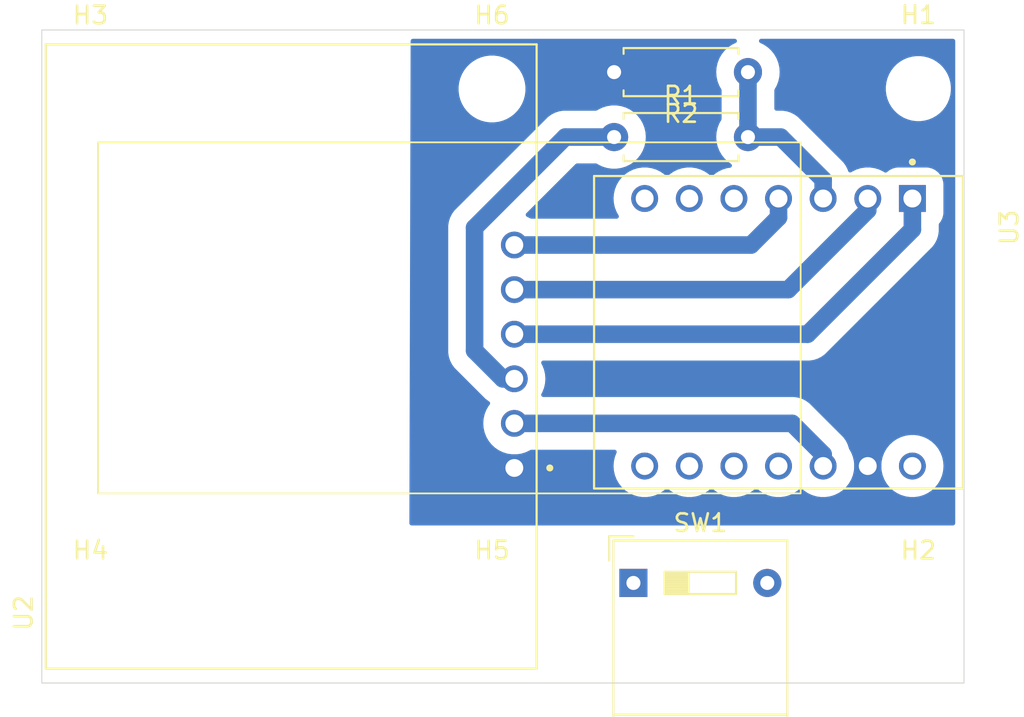
<source format=kicad_pcb>
(kicad_pcb (version 20240108) (generator "pcbnew") (generator_version "8.0")
  (layers (0 "F.Cu" signal) (31 "B.Cu" signal) (34 "B.Paste" user) (35 "F.Paste" user) (36 "B.SilkS" user "B.Silkscreen") (37 "F.SilkS" user "F.Silkscreen") (38 "B.Mask" user) (39 "F.Mask" user) (44 "Edge.Cuts" user))
  (net 0 "")
  (net 1 "+3.3V")
  (net 2 "Net-(U2-LO+)")
  (net 3 "Net-(U2-SIGNAL_OUT)")
  (net 4 "Net-(U2-LO-)")
  (net 12 "Net-(U3-PA10_A2_D2)")
  (net 13 "GND")
  (net 14 "+BATT")
  (net 17 "Net-(U2-SDN)")
  (footprint "SEN-12650(1):MODULE_SEN-12650" (layer "F.Cu") (at 53.07 59.380001 90)
    (property "Reference" "U2" (at 3.174999 -29.210001 -90) (layer "F.SilkS"))
    (property "Value" "SEN-12650")
    (fp_line (start 35.56 -27.940002) (end 35.56 0) (stroke (width 0.127)) (layer "F.SilkS"))
    (fp_line (start 0 -27.94) (end 35.56 -27.940002) (stroke (width 0.127)) (layer "F.SilkS"))
    (fp_line (start 35.56 0) (end 0 0) (stroke (width 0.127)) (layer "F.SilkS"))
    (fp_line (start 0 0) (end 0 -27.94) (stroke (width 0.127)) (layer "F.SilkS"))
    (fp_circle (center 11.43 0.75) (end 11.53 0.75) (stroke (width 0.2)) (fill none) (layer "F.SilkS"))
    (pad "" np_thru_hole circle (at 2.54 -25.399998 90) (size 3.302 3.302) (drill 3.302) (layers "*.Cu" "*.Mask"))
    (pad "" np_thru_hole circle (at 2.54 -2.54 90) (size 3.302 3.302) (drill 3.302) (layers "*.Cu" "*.Mask"))
    (pad "" np_thru_hole circle (at 33.02 -25.4 90) (size 3.302 3.302) (drill 3.302) (layers "*.Cu" "*.Mask"))
    (pad "" np_thru_hole circle (at 33.02 -2.539999 90) (size 3.302 3.302) (drill 3.302) (layers "*.Cu" "*.Mask"))
    (pad "JP3_1" thru_hole rect (at 11.43 -1.27 90) (size 1.524 1.524) (drill 1.016) (layers "*.Cu" "*.Mask") (net 13 "GND"))
    (pad "JP3_2" thru_hole circle (at 13.97 -1.27 90) (size 1.524 1.524) (drill 1.016) (layers "*.Cu" "*.Mask") (net 1 "+3.3V"))
    (pad "JP3_3" thru_hole circle (at 16.51 -1.269999 90) (size 1.524 1.524) (drill 1.016) (layers "*.Cu" "*.Mask") (net 3 "Net-(U2-SIGNAL_OUT)"))
    (pad "JP3_4" thru_hole circle (at 19.050001 -1.270001 90) (size 1.524 1.524) (drill 1.016) (layers "*.Cu" "*.Mask") (net 4 "Net-(U2-LO-)"))
    (pad "JP3_5" thru_hole circle (at 21.589999 -1.27 90) (size 1.524 1.524) (drill 1.016) (layers "*.Cu" "*.Mask") (net 2 "Net-(U2-LO+)"))
    (pad "JP3_6" thru_hole circle (at 24.13 -1.27 90) (size 1.524 1.524) (drill 1.016) (layers "*.Cu" "*.Mask") (net 17 "Net-(U2-SDN)"))
  )
  (footprint "MountingHole:MountingHole_3.2mm_M3" (layer "F.Cu") (at 74.8 26.340001)
    (property "Reference" "H1" (at 0 -4.2 0) (layer "F.SilkS"))
    (property "Value" "MountingHole")
    (pad "" np_thru_hole circle (at 0 0) (size 3.2 3.2) (drill 3.2) (layers "*.Cu" "*.Mask"))
  )
  (footprint "SEN-12650(1):MODULE_102010388" (layer "F.Cu") (at 66.84 40.22 -90)
    (property "Reference" "U3" (at -5.974998 -13.134999 90) (layer "F.SilkS"))
    (property "Value" "102010388")
    (fp_line (start -8.9 10.5) (end 8.9 10.5) (stroke (width 0.127)) (layer "F.SilkS"))
    (fp_line (start 8.9 10.5) (end 8.9 -10.5) (stroke (width 0.127)) (layer "F.SilkS"))
    (fp_line (start -8.9 -10.5) (end -8.9 10.5) (stroke (width 0.127)) (layer "F.SilkS"))
    (fp_line (start 8.9 -10.5) (end -8.9 -10.5) (stroke (width 0.127)) (layer "F.SilkS"))
    (fp_circle (center -9.700003 -7.620001) (end -9.6 -7.62) (stroke (width 0.2)) (fill none) (layer "F.SilkS"))
    (pad "1" thru_hole rect (at -7.62 -7.62 270) (size 1.53 1.53) (drill 1.02) (layers "*.Cu" "*.Mask") (net 4 "Net-(U2-LO-)"))
    (pad "2" thru_hole circle (at -7.620002 -5.08 270) (size 1.53 1.53) (drill 1.02) (layers "*.Cu" "*.Mask") (net 2 "Net-(U2-LO+)"))
    (pad "3" thru_hole circle (at -7.62 -2.539999 270) (size 1.53 1.53) (drill 1.02) (layers "*.Cu" "*.Mask") (net 12 "Net-(U3-PA10_A2_D2)"))
    (pad "4" thru_hole circle (at -7.62 0 270) (size 1.53 1.53) (drill 1.02) (layers "*.Cu" "*.Mask") (net 17 "Net-(U2-SDN)"))
    (pad "5" thru_hole circle (at -7.62 2.54 270) (size 1.53 1.53) (drill 1.02) (layers "*.Cu" "*.Mask"))
    (pad "6" thru_hole circle (at -7.620002 5.079997 270) (size 1.53 1.53) (drill 1.02) (layers "*.Cu" "*.Mask"))
    (pad "7" thru_hole circle (at -7.62 7.62 270) (size 1.53 1.53) (drill 1.02) (layers "*.Cu" "*.Mask"))
    (pad "8" thru_hole circle (at 7.62 7.62 270) (size 1.53 1.53) (drill 1.02) (layers "*.Cu" "*.Mask"))
    (pad "9" thru_hole circle (at 7.620002 5.08 270) (size 1.53 1.53) (drill 1.02) (layers "*.Cu" "*.Mask"))
    (pad "10" thru_hole circle (at 7.62 2.539999 270) (size 1.53 1.53) (drill 1.02) (layers "*.Cu" "*.Mask"))
    (pad "11" thru_hole circle (at 7.62 0 270) (size 1.53 1.53) (drill 1.02) (layers "*.Cu" "*.Mask"))
    (pad "12" thru_hole circle (at 7.62 -2.54 270) (size 1.53 1.53) (drill 1.02) (layers "*.Cu" "*.Mask") (net 1 "+3.3V"))
    (pad "13" thru_hole circle (at 7.620002 -5.079997 270) (size 1.53 1.53) (drill 1.02) (layers "*.Cu" "*.Mask") (net 13 "GND"))
    (pad "14" thru_hole circle (at 7.62 -7.62 270) (size 1.53 1.53) (drill 1.02) (layers "*.Cu" "*.Mask"))
  )
  (footprint "MountingHole:MountingHole_3.2mm_M3" (layer "F.Cu") (at 27.67 26.360001)
    (property "Reference" "H3" (at 0 -4.2 0) (layer "F.SilkS"))
    (property "Value" "MountingHole")
    (pad "" np_thru_hole circle (at 0 0) (size 3.2 3.2) (drill 3.2) (layers "*.Cu" "*.Mask"))
  )
  (footprint "MountingHole:MountingHole_3.2mm_M3" (layer "F.Cu") (at 74.8 56.840001)
    (property "Reference" "H2" (at 0 -4.2 0) (layer "F.SilkS"))
    (property "Value" "MountingHole")
    (pad "" np_thru_hole circle (at 0 0) (size 3.2 3.2) (drill 3.2) (layers "*.Cu" "*.Mask"))
  )
  (footprint "MountingHole:MountingHole_3.2mm_M3" (layer "F.Cu") (at 27.670002 56.840001)
    (property "Reference" "H4" (at 0 -4.2 0) (layer "F.SilkS"))
    (property "Value" "MountingHole")
    (pad "" np_thru_hole circle (at 0 0) (size 3.2 3.2) (drill 3.2) (layers "*.Cu" "*.Mask"))
  )
  (footprint "Button_Switch_THT:SW_DIP_SPSTx01_Slide_9.78x4.72mm_W7.62mm_P2.54mm" (layer "F.Cu") (at 58.58 54.5)
    (property "Reference" "SW1" (at 3.81 -3.42 0) (layer "F.SilkS"))
    (property "Value" "SW_DPST_x2")
    (fp_line (start -1.380002 -2.659999) (end -1.38 -1.277) (stroke (width 0.12)) (layer "F.SilkS"))
    (fp_line (start -1.380002 -2.659999) (end 0.004 -2.660001) (stroke (width 0.12)) (layer "F.SilkS"))
    (fp_line (start -1.14 -2.42) (end -1.14 7.58) (stroke (width 0.12)) (layer "F.SilkS"))
    (fp_line (start -1.14 -2.42) (end 8.76 -2.419998) (stroke (width 0.12)) (layer "F.SilkS"))
    (fp_line (start -1.139999 7.499999) (end 8.759999 7.5) (stroke (width 0.12)) (layer "F.SilkS"))
    (fp_line (start 1.779998 -0.155) (end 3.133333 -0.155002) (stroke (width 0.12)) (layer "F.SilkS"))
    (fp_line (start 1.779998 -0.035) (end 3.133334 -0.035002) (stroke (width 0.12)) (layer "F.SilkS"))
    (fp_line (start 1.779999 -0.395) (end 3.133334 -0.395002) (stroke (width 0.12)) (layer "F.SilkS"))
    (fp_line (start 1.779999 -0.275001) (end 3.133335 -0.274999) (stroke (width 0.12)) (layer "F.SilkS"))
    (fp_line (start 1.78 -0.635) (end 1.78 0.635) (stroke (width 0.12)) (layer "F.SilkS"))
    (fp_line (start 1.78 -0.515) (end 3.133331 -0.514998) (stroke (width 0.12)) (layer "F.SilkS"))
    (fp_line (start 1.78 0.085) (end 3.133334 0.084999) (stroke (width 0.12)) (layer "F.SilkS"))
    (fp_line (start 1.78 0.205) (end 3.133333 0.205) (stroke (width 0.12)) (layer "F.SilkS"))
    (fp_line (start 1.78 0.445) (end 3.133333 0.445) (stroke (width 0.12)) (layer "F.SilkS"))
    (fp_line (start 1.78 0.565) (end 3.133331 0.565) (stroke (width 0.12)) (layer "F.SilkS"))
    (fp_line (start 1.78 0.635) (end 5.840001 0.635001) (stroke (width 0.12)) (layer "F.SilkS"))
    (fp_line (start 1.780001 0.324998) (end 3.133333 0.325) (stroke (width 0.12)) (layer "F.SilkS"))
    (fp_line (start 3.133331 -0.635001) (end 3.133333 0.635002) (stroke (width 0.12)) (layer "F.SilkS"))
    (fp_line (start 5.84 -0.634998) (end 1.78 -0.635) (stroke (width 0.12)) (layer "F.SilkS"))
    (fp_line (start 5.840001 0.635001) (end 5.84 -0.634998) (stroke (width 0.12)) (layer "F.SilkS"))
    (fp_line (start 8.76 -2.419998) (end 8.76 7.58) (stroke (width 0.12)) (layer "F.SilkS"))
    (pad "1" thru_hole rect (at 0 0) (size 1.6 1.6) (drill 0.8) (layers "*.Cu" "*.Mask") (net 14 "+BATT"))
    (pad "2" thru_hole oval (at 7.62 0) (size 1.6 1.6) (drill 0.8) (layers "*.Cu" "*.Mask"))
  )
  (footprint "Resistor_THT:R_Axial_DIN0207_L6.3mm_D2.5mm_P7.62mm_Horizontal" (layer "F.Cu") (at 65.1 25.4 180)
    (property "Reference" "R2" (at 3.81 -2.37 180) (layer "F.SilkS"))
    (property "Value" "2k2")
    (fp_line (start 7.080001 -1.370001) (end 7.080001 -1.040001) (stroke (width 0.12)) (layer "F.SilkS"))
    (fp_line (start 7.08 1.369999) (end 7.08 1.039999) (stroke (width 0.12)) (layer "F.SilkS"))
    (fp_line (start 0.540001 -1.369999) (end 7.080001 -1.370001) (stroke (width 0.12)) (layer "F.SilkS"))
    (fp_line (start 0.54 1.040001) (end 0.539999 1.370001) (stroke (width 0.12)) (layer "F.SilkS"))
    (fp_line (start 0.539999 1.370001) (end 7.08 1.369999) (stroke (width 0.12)) (layer "F.SilkS"))
    (fp_line (start 0.539999 -1.039999) (end 0.540001 -1.369999) (stroke (width 0.12)) (layer "F.SilkS"))
    (pad "1" thru_hole circle (at 0 0 180) (size 1.6 1.6) (drill 0.8) (layers "*.Cu" "*.Mask") (net 12 "Net-(U3-PA10_A2_D2)"))
    (pad "2" thru_hole oval (at 7.62 0 180) (size 1.6 1.6) (drill 0.8) (layers "*.Cu" "*.Mask") (net 13 "GND"))
  )
  (footprint "MountingHole:MountingHole_3.2mm_M3" (layer "F.Cu") (at 50.53 56.840001)
    (property "Reference" "H5" (at 0 -4.2 0) (layer "F.SilkS"))
    (property "Value" "MountingHole")
    (pad "" np_thru_hole circle (at 0 0) (size 3.2 3.2) (drill 3.2) (layers "*.Cu" "*.Mask"))
  )
  (footprint "MountingHole:MountingHole_3.2mm_M3" (layer "F.Cu") (at 50.530001 26.360001)
    (property "Reference" "H6" (at 0 -4.2 0) (layer "F.SilkS"))
    (property "Value" "MountingHole")
    (pad "" np_thru_hole circle (at 0 0) (size 3.2 3.2) (drill 3.2) (layers "*.Cu" "*.Mask"))
  )
  (footprint "Resistor_THT:R_Axial_DIN0207_L6.3mm_D2.5mm_P7.62mm_Horizontal" (layer "F.Cu") (at 57.48 29.1)
    (property "Reference" "R1" (at 3.81 -2.37 0) (layer "F.SilkS"))
    (property "Value" "1k")
    (fp_line (start 0.54 -1.37) (end 7.08 -1.37) (stroke (width 0.12)) (layer "F.SilkS"))
    (fp_line (start 0.54 -1.04) (end 0.54 -1.37) (stroke (width 0.12)) (layer "F.SilkS"))
    (fp_line (start 0.54 1.04) (end 0.54 1.37) (stroke (width 0.12)) (layer "F.SilkS"))
    (fp_line (start 0.54 1.37) (end 7.08 1.37) (stroke (width 0.12)) (layer "F.SilkS"))
    (fp_line (start 7.08 -1.37) (end 7.08 -1.04) (stroke (width 0.12)) (layer "F.SilkS"))
    (fp_line (start 7.08 1.37) (end 7.08 1.04) (stroke (width 0.12)) (layer "F.SilkS"))
    (pad "1" thru_hole circle (at 0 0) (size 1.6 1.6) (drill 0.8) (layers "*.Cu" "*.Mask") (net 3 "Net-(U2-SIGNAL_OUT)"))
    (pad "2" thru_hole oval (at 7.62 0) (size 1.6 1.6) (drill 0.8) (layers "*.Cu" "*.Mask") (net 12 "Net-(U3-PA10_A2_D2)"))
  )
  (gr_rect (start 28.1 29.4) (end 68.1 49.4) (stroke (width 0.1)) (fill none) (layer "F.SilkS"))
  (gr_rect (start 24.9 23) (end 77.4 60.2) (stroke (width 0.05)) (fill none) (layer "Edge.Cuts"))
  (segment (start 67.613195 45.410001) (end 69.38 47.176806) (width 1) (layer "B.Cu") (net 1))
  (segment (start 69.38 47.176806) (end 69.38 47.84) (width 1) (layer "B.Cu") (net 1))
  (segment (start 51.8 45.410001) (end 67.613195 45.410001) (width 1) (layer "B.Cu") (net 1))
  (segment (start 51.8 37.790002) (end 67.393191 37.790002) (width 1) (layer "B.Cu") (net 2))
  (segment (start 71.92 33.263193) (end 71.92 32.599998) (width 1) (layer "B.Cu") (net 2))
  (segment (start 67.393191 37.790002) (end 71.92 33.263193) (width 1) (layer "B.Cu") (net 2))
  (segment (start 51.141048 42.870001) (end 49.537999 41.266952) (width 1) (layer "B.Cu") (net 3))
  (segment (start 51.800001 42.870001) (end 51.141048 42.870001) (width 1) (layer "B.Cu") (net 3))
  (segment (start 49.537999 41.266952) (end 49.537999 34.262001) (width 1) (layer "B.Cu") (net 3))
  (segment (start 49.537999 34.262001) (end 54.7 29.1) (width 1) (layer "B.Cu") (net 3))
  (segment (start 54.7 29.1) (end 57.48 29.1) (width 1) (layer "B.Cu") (net 3))
  (segment (start 74.46 32.6) (end 74.46 34.365) (width 1) (layer "B.Cu") (net 4))
  (segment (start 74.46 34.365) (end 68.495 40.33) (width 1) (layer "B.Cu") (net 4))
  (segment (start 68.495 40.33) (end 51.799999 40.33) (width 1) (layer "B.Cu") (net 4))
  (segment (start 65.1 29.1) (end 66.961872 29.1) (width 1) (layer "B.Cu") (net 12))
  (segment (start 69.379999 31.518127) (end 69.379999 32.6) (width 1) (layer "B.Cu") (net 12))
  (segment (start 65.1 29.1) (end 65.1 25.4) (width 1) (layer "B.Cu") (net 12))
  (segment (start 66.961872 29.1) (end 69.379999 31.518127) (width 1) (layer "B.Cu") (net 12))
  (segment (start 65.271872 35.250001) (end 51.8 35.250001) (width 1) (layer "B.Cu") (net 17))
  (segment (start 66.84 33.681873) (end 65.271872 35.250001) (width 1) (layer "B.Cu") (net 17))
  (segment (start 66.84 32.6) (end 66.84 33.681873) (width 1) (layer "B.Cu") (net 17))
  (zone (net 13) (net_name "GND") (layer "B.Cu") (connect_pads yes (clearance 0.5)) (min_thickness 0.25) (fill yes (thermal_gap 0.5) (thermal_bridge_width 0.5))
    (polygon (pts (xy 45.9 22.4) (xy 78.9 22.35) (xy 78.825 51.225) (xy 45.825 51.225)))
  )
)
</source>
